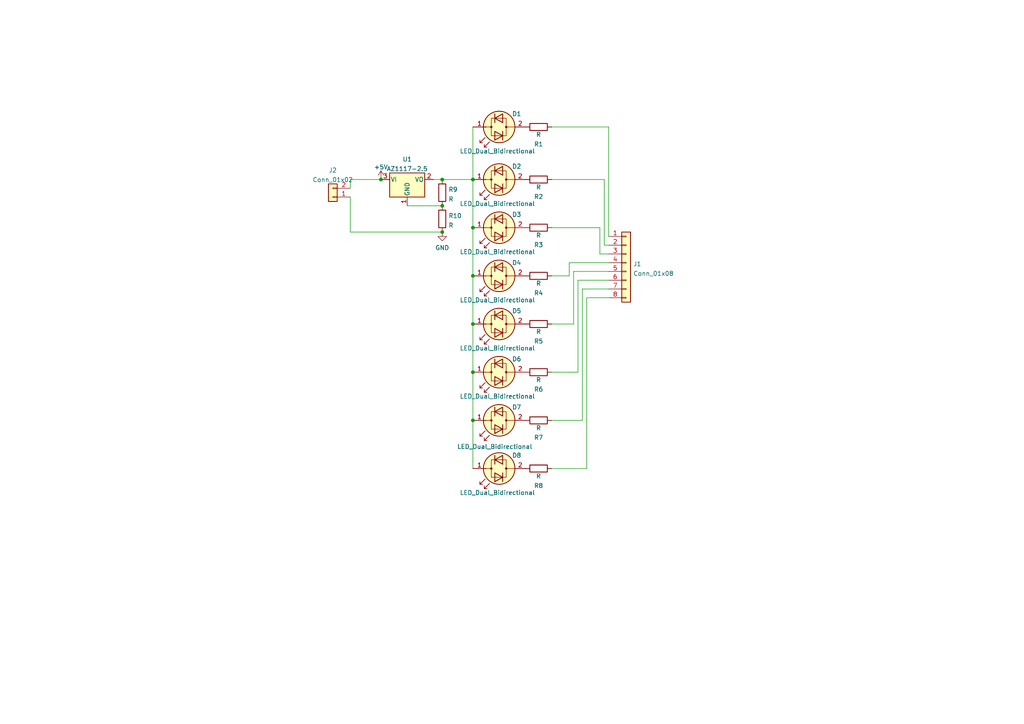
<source format=kicad_sch>
(kicad_sch (version 20211123) (generator eeschema)
  (paper "A4")
  (lib_symbols
    (symbol "Connector_Generic:Conn_01x02" (pin_names (offset 1.016) hide)
      (property "Reference" "J" (at 0 2.54 0))
      (property "Value" "Conn_01x02" (at 0 -5.08 0))
      (symbol "Conn_01x02_1_1"
        (rectangle (start -1.27 -2.413) (end 0 -2.667) (stroke (width 0.1524)))
        (rectangle (start -1.27 0.127) (end 0 -0.127) (stroke (width 0.1524)))
        (rectangle (start -1.27 1.27) (end 1.27 -3.81) (stroke (width 0.254)) (fill (type background)))
        (pin passive line (at -5.08 0 0) (length 3.81) (name "Pin_1") (number "1"))
        (pin passive line (at -5.08 -2.54 0) (length 3.81) (name "Pin_2") (number "2"))
      )
    )
    (symbol "Connector_Generic:Conn_01x08" (pin_names (offset 1.016) hide)
      (property "Reference" "J" (at 0 10.16 0))
      (property "Value" "Conn_01x08" (at 0 -12.7 0))
      (symbol "Conn_01x08_1_1"
        (rectangle (start -1.27 -10.033) (end 0 -10.287) (stroke (width 0.1524)))
        (rectangle (start -1.27 -7.493) (end 0 -7.747) (stroke (width 0.1524)))
        (rectangle (start -1.27 -4.953) (end 0 -5.207) (stroke (width 0.1524)))
        (rectangle (start -1.27 -2.413) (end 0 -2.667) (stroke (width 0.1524)))
        (rectangle (start -1.27 0.127) (end 0 -0.127) (stroke (width 0.1524)))
        (rectangle (start -1.27 2.667) (end 0 2.413) (stroke (width 0.1524)))
        (rectangle (start -1.27 5.207) (end 0 4.953) (stroke (width 0.1524)))
        (rectangle (start -1.27 7.747) (end 0 7.493) (stroke (width 0.1524)))
        (rectangle (start -1.27 8.89) (end 1.27 -11.43) (stroke (width 0.254)) (fill (type background)))
        (pin passive line (at -5.08 7.62 0) (length 3.81) (name "Pin_1") (number "1"))
        (pin passive line (at -5.08 5.08 0) (length 3.81) (name "Pin_2") (number "2"))
        (pin passive line (at -5.08 2.54 0) (length 3.81) (name "Pin_3") (number "3"))
        (pin passive line (at -5.08 0 0) (length 3.81) (name "Pin_4") (number "4"))
        (pin passive line (at -5.08 -2.54 0) (length 3.81) (name "Pin_5") (number "5"))
        (pin passive line (at -5.08 -5.08 0) (length 3.81) (name "Pin_6") (number "6"))
        (pin passive line (at -5.08 -7.62 0) (length 3.81) (name "Pin_7") (number "7"))
        (pin passive line (at -5.08 -10.16 0) (length 3.81) (name "Pin_8") (number "8"))
      )
    )
    (symbol "Device:LED_Dual_Bidirectional" (pin_names (offset 0) hide)
      (property "Reference" "D" (at 0 5.715 0))
      (property "Value" "LED_Dual_Bidirectional" (at 0 -6.35 0))
      (symbol "LED_Dual_Bidirectional_0_1"
        (circle (center -2.032 0) (radius 0.254) (fill (type outline)))
        (polyline (pts (xy -4.572 0) (xy -2.54 0)))
        (polyline (pts (xy -2.032 0) (xy -2.54 0)))
        (polyline (pts (xy -1.016 3.81) (xy -1.016 1.27)) (stroke (width 0.254)))
        (polyline (pts (xy 1.27 -1.27) (xy 1.27 -3.81)) (stroke (width 0.254)))
        (polyline (pts (xy 4.064 0) (xy 2.286 0)) (fill (type outline)))
        (polyline (pts (xy 4.318 5.842) (xy 4.318 5.08)) (stroke (width 0.2032)))
        (polyline (pts (xy 5.588 4.572) (xy 5.588 3.81)) (stroke (width 0.2032)))
        (polyline (pts (xy 2.794 4.318) (xy 4.318 5.842) (xy 3.556 5.842)) (stroke (width 0.2032)))
        (polyline (pts (xy 4.064 3.048) (xy 5.588 4.572) (xy 4.826 4.572)) (stroke (width 0.2032)))
        (polyline (pts (xy -1.016 -1.27) (xy -1.016 -3.81) (xy 1.27 -2.54) (xy -1.016 -1.27)) (stroke (width 0.254)))
        (polyline (pts (xy 1.27 3.81) (xy 1.27 1.27) (xy -1.016 2.54) (xy 1.27 3.81)) (stroke (width 0.254)))
        (polyline (pts (xy 2.286 2.54) (xy -2.032 2.54) (xy -2.032 -2.54) (xy 2.286 -2.54) (xy 2.286 2.54)))
        (circle (center 0 0) (radius 4.572) (stroke (width 0.254)) (fill (type background)))
        (circle (center 2.286 0) (radius 0.254) (fill (type outline)))
      )
      (symbol "LED_Dual_Bidirectional_1_1"
        (pin input line (at 7.62 0 180) (length 3.81) (name "KA") (number "1"))
        (pin input line (at -7.62 0 0) (length 3.048) (name "AK") (number "2"))
      )
    )
    (symbol "Device:R" (pin_numbers hide) (pin_names (offset 0))
      (property "Reference" "R" (at 2.032 0 90))
      (property "Value" "R" (at 0 0 90))
      (symbol "R_0_1"
        (rectangle (start -1.016 -2.54) (end 1.016 2.54) (stroke (width 0.254)))
      )
      (symbol "R_1_1"
        (pin passive line (at 0 3.81 270) (length 1.27) (name "~") (number "1"))
        (pin passive line (at 0 -3.81 90) (length 1.27) (name "~") (number "2"))
      )
    )
    (symbol "Regulator_Linear:AZ1117-2.5" (pin_names (offset 0.254))
      (property "Reference" "U" (at -3.81 3.175 0))
      (property "Value" "AZ1117-2.5" (at 0 3.175 0))
      (symbol "AZ1117-2.5_0_1"
        (rectangle (start -5.08 1.905) (end 5.08 -5.08) (stroke (width 0.254)) (fill (type background)))
      )
      (symbol "AZ1117-2.5_1_1"
        (pin power_in line (at 0 -7.62 90) (length 2.54) (name "GND") (number "1"))
        (pin power_out line (at 7.62 0 180) (length 2.54) (name "VO") (number "2"))
        (pin power_in line (at -7.62 0 0) (length 2.54) (name "VI") (number "3"))
      )
    )
    (symbol "power:+5V" (power) (pin_names (offset 0))
      (property "Value" "+5V" (at 0 3.556 0))
      (symbol "+5V_0_1"
        (polyline (pts (xy -0.762 1.27) (xy 0 2.54)))
        (polyline (pts (xy 0 0) (xy 0 2.54)))
        (polyline (pts (xy 0 2.54) (xy 0.762 1.27)))
      )
      (symbol "+5V_1_1"
        (pin power_in line (at 0 0 90) (length 0) hide (name "+5V") (number "1"))
      )
    )
    (symbol "power:GND" (power) (pin_names (offset 0))
      (property "Value" "GND" (at 0 -3.81 0))
      (symbol "GND_0_1"
        (polyline (pts (xy 0 0) (xy 0 -1.27) (xy 1.27 -1.27) (xy 0 -2.54) (xy -1.27 -1.27) (xy 0 -1.27)))
      )
      (symbol "GND_1_1"
        (pin power_in line (at 0 0 270) (length 0) hide (name "GND") (number "1"))
      )
    )
  )
  (junction (at 110.49 52.07))
  (junction (at 137.16 80.01))
  (junction (at 128.27 59.69))
  (junction (at 128.27 52.07))
  (junction (at 137.16 66.04))
  (junction (at 137.16 93.98))
  (junction (at 137.16 107.95))
  (junction (at 128.27 67.31))
  (junction (at 137.16 121.92))
  (junction (at 137.16 52.07))
  (wire (pts (xy 137.16 52.07) (xy 137.16 66.04)))
  (wire (pts (xy 160.02 93.98) (xy 166.37 93.98)))
  (wire (pts (xy 137.16 93.98) (xy 137.16 107.95)))
  (wire (pts (xy 137.16 107.95) (xy 137.16 121.92)))
  (wire (pts (xy 176.53 76.2) (xy 165.1 76.2)))
  (wire (pts (xy 168.91 121.92) (xy 168.91 83.82)))
  (wire (pts (xy 173.99 66.04) (xy 173.99 73.66)))
  (wire (pts (xy 165.1 76.2) (xy 165.1 80.01)))
  (wire (pts (xy 160.02 52.07) (xy 175.26 52.07)))
  (wire (pts (xy 101.6 57.15) (xy 101.6 67.31)))
  (wire (pts (xy 168.91 83.82) (xy 176.53 83.82)))
  (wire (pts (xy 175.26 71.12) (xy 175.26 52.07)))
  (wire (pts (xy 110.49 52.07) (xy 101.6 52.07)))
  (wire (pts (xy 160.02 80.01) (xy 165.1 80.01)))
  (wire (pts (xy 128.27 67.31) (xy 101.6 67.31)))
  (wire (pts (xy 176.53 78.74) (xy 166.37 78.74)))
  (wire (pts (xy 176.53 86.36) (xy 170.18 86.36)))
  (wire (pts (xy 137.16 66.04) (xy 137.16 80.01)))
  (wire (pts (xy 137.16 36.83) (xy 137.16 52.07)))
  (wire (pts (xy 101.6 52.07) (xy 101.6 54.61)))
  (wire (pts (xy 118.11 59.69) (xy 128.27 59.69)))
  (wire (pts (xy 176.53 71.12) (xy 175.26 71.12)))
  (wire (pts (xy 128.27 52.07) (xy 137.16 52.07)))
  (wire (pts (xy 160.02 36.83) (xy 176.53 36.83)))
  (wire (pts (xy 176.53 68.58) (xy 176.53 36.83)))
  (wire (pts (xy 160.02 107.95) (xy 167.64 107.95)))
  (wire (pts (xy 160.02 66.04) (xy 173.99 66.04)))
  (wire (pts (xy 170.18 86.36) (xy 170.18 135.89)))
  (wire (pts (xy 167.64 81.28) (xy 167.64 107.95)))
  (wire (pts (xy 176.53 73.66) (xy 173.99 73.66)))
  (wire (pts (xy 166.37 78.74) (xy 166.37 93.98)))
  (wire (pts (xy 160.02 135.89) (xy 170.18 135.89)))
  (wire (pts (xy 137.16 80.01) (xy 137.16 93.98)))
  (wire (pts (xy 176.53 81.28) (xy 167.64 81.28)))
  (wire (pts (xy 125.73 52.07) (xy 128.27 52.07)))
  (wire (pts (xy 160.02 121.92) (xy 168.91 121.92)))
  (wire (pts (xy 137.16 121.92) (xy 137.16 135.89)))
  (symbol (lib_id "Device:LED_Dual_Bidirectional") (at 144.78 135.89 180) (unit 1)
    (property "Reference" "D8" (at 149.86 132.08 0))
    (property "Value" "LED_Dual_Bidirectional" (at 144.2847 142.898 0))
    (property "Footprint" "LED_SMD:LED_0603_1608Metric" (effects hide))
  )
  (symbol (lib_id "Device:LED_Dual_Bidirectional") (at 144.78 52.07 180) (unit 1)
    (property "Reference" "D2" (at 149.86 48.26 0))
    (property "Value" "LED_Dual_Bidirectional" (at 144.2847 59.078 0))
    (property "Footprint" "LED_SMD:LED_0603_1608Metric" (effects hide))
  )
  (symbol (lib_id "Device:R") (at 156.21 36.83 270) (unit 1)
    (property "Reference" "R1" (at 156.21 41.8125 90))
    (property "Value" "R" (at 156.21 39.0374 90))
    (property "Footprint" "Resistor_SMD:R_0603_1608Metric" (effects hide))
  )
  (symbol (lib_id "Device:R") (at 156.21 121.92 270) (unit 1)
    (property "Reference" "R7" (at 156.21 126.9025 90))
    (property "Value" "R" (at 156.21 124.1274 90))
    (property "Footprint" "Resistor_SMD:R_0603_1608Metric" (effects hide))
  )
  (symbol (lib_id "Device:R") (at 156.21 80.01 270) (unit 1)
    (property "Reference" "R4" (at 156.21 84.9925 90))
    (property "Value" "R" (at 156.21 82.2174 90))
    (property "Footprint" "Resistor_SMD:R_0603_1608Metric" (effects hide))
  )
  (symbol (lib_id "power:GND") (at 128.27 67.31 0) (unit 1)
    (property "Reference" "#PWR0101" (effects hide))
    (property "Value" "GND" (at 128.27 71.8725 0))
  )
  (symbol (lib_id "Device:R") (at 156.21 93.98 270) (unit 1)
    (property "Reference" "R5" (at 156.21 98.9625 90))
    (property "Value" "R" (at 156.21 96.1874 90))
    (property "Footprint" "Resistor_SMD:R_0603_1608Metric" (effects hide))
  )
  (symbol (lib_id "power:+5V") (at 110.49 52.07 0) (unit 1)
    (property "Reference" "#PWR0102" (effects hide))
    (property "Value" "+5V" (at 110.49 48.4655 0))
  )
  (symbol (lib_id "Connector_Generic:Conn_01x02") (at 96.52 57.15 180) (unit 1)
    (property "Reference" "J2" (at 96.52 49.3735 0))
    (property "Value" "Conn_01x02" (at 96.52 52.1486 0))
    (property "Footprint" "Connector_PinHeader_2.54mm:PinHeader_1x02_P2.54mm_Vertical" (effects hide))
  )
  (symbol (lib_id "Device:R") (at 156.21 107.95 270) (unit 1)
    (property "Reference" "R6" (at 156.21 112.9325 90))
    (property "Value" "R" (at 156.21 110.1574 90))
    (property "Footprint" "Resistor_SMD:R_0603_1608Metric" (effects hide))
  )
  (symbol (lib_id "Device:LED_Dual_Bidirectional") (at 144.78 107.95 180) (unit 1)
    (property "Reference" "D6" (at 149.86 104.14 0))
    (property "Value" "LED_Dual_Bidirectional" (at 144.2847 114.958 0))
    (property "Footprint" "LED_SMD:LED_0603_1608Metric" (effects hide))
  )
  (symbol (lib_id "Device:LED_Dual_Bidirectional") (at 144.78 121.92 180) (unit 1)
    (property "Reference" "D7" (at 149.86 118.11 0))
    (property "Value" "LED_Dual_Bidirectional" (at 143.51 129.54 0))
    (property "Footprint" "LED_SMD:LED_0603_1608Metric" (effects hide))
  )
  (symbol (lib_id "Device:R") (at 156.21 135.89 270) (unit 1)
    (property "Reference" "R8" (at 156.21 140.8725 90))
    (property "Value" "R" (at 156.21 138.0974 90))
    (property "Footprint" "Resistor_SMD:R_0603_1608Metric" (effects hide))
  )
  (symbol (lib_id "Connector_Generic:Conn_01x08") (at 181.61 76.2 0) (unit 1)
    (property "Reference" "J1" (at 183.642 76.5615 0) (effects (justify left)))
    (property "Value" "Conn_01x08" (at 183.642 79.3366 0) (effects (justify left)))
    (property "Footprint" "Connector_PinSocket_2.54mm:PinSocket_1x08_P2.54mm_Vertical" (effects hide))
  )
  (symbol (lib_id "Regulator_Linear:AZ1117-2.5") (at 118.11 52.07 0) (unit 1)
    (property "Reference" "U1" (at 118.11 46.1985 0))
    (property "Value" "AZ1117-2.5" (at 118.11 48.9736 0))
    (property "Footprint" "Package_TO_SOT_SMD:SOT-223-3_TabPin2" (effects hide))
    (property "Datasheet" "https://www.diodes.com/assets/Datasheets/AZ1117.pdf" (effects hide))
  )
  (symbol (lib_id "Device:R") (at 128.27 55.88 0) (unit 1)
    (property "Reference" "R9" (at 130.048 54.9715 0) (effects (justify left)))
    (property "Value" "R" (at 130.048 57.7466 0) (effects (justify left)))
    (property "Footprint" "Resistor_SMD:R_0603_1608Metric" (effects hide))
  )
  (symbol (lib_id "Device:R") (at 156.21 66.04 270) (unit 1)
    (property "Reference" "R3" (at 156.21 71.0225 90))
    (property "Value" "R" (at 156.21 68.2474 90))
    (property "Footprint" "Resistor_SMD:R_0603_1608Metric" (effects hide))
  )
  (symbol (lib_id "Device:R") (at 128.27 63.5 0) (unit 1)
    (property "Reference" "R10" (at 130.048 62.5915 0) (effects (justify left)))
    (property "Value" "R" (at 130.048 65.3666 0) (effects (justify left)))
    (property "Footprint" "Resistor_SMD:R_0603_1608Metric" (effects hide))
  )
  (symbol (lib_id "Device:LED_Dual_Bidirectional") (at 144.78 36.83 180) (unit 1)
    (property "Reference" "D1" (at 149.86 33.02 0))
    (property "Value" "LED_Dual_Bidirectional" (at 144.2847 43.838 0))
    (property "Footprint" "LED_SMD:LED_0603_1608Metric" (effects hide))
  )
  (symbol (lib_id "Device:LED_Dual_Bidirectional") (at 144.78 93.98 180) (unit 1)
    (property "Reference" "D5" (at 149.86 90.17 0))
    (property "Value" "LED_Dual_Bidirectional" (at 144.2847 100.988 0))
    (property "Footprint" "LED_SMD:LED_0603_1608Metric" (effects hide))
  )
  (symbol (lib_id "Device:LED_Dual_Bidirectional") (at 144.78 80.01 180) (unit 1)
    (property "Reference" "D4" (at 149.86 76.2 0))
    (property "Value" "LED_Dual_Bidirectional" (at 144.2847 87.018 0))
    (property "Footprint" "LED_SMD:LED_0603_1608Metric" (effects hide))
  )
  (symbol (lib_id "Device:R") (at 156.21 52.07 270) (unit 1)
    (property "Reference" "R2" (at 156.21 57.0525 90))
    (property "Value" "R" (at 156.21 54.2774 90))
    (property "Footprint" "Resistor_SMD:R_0603_1608Metric" (effects hide))
  )
  (symbol (lib_id "Device:LED_Dual_Bidirectional") (at 144.78 66.04 180) (unit 1)
    (property "Reference" "D3" (at 149.86 62.23 0))
    (property "Value" "LED_Dual_Bidirectional" (at 144.2847 73.048 0))
    (property "Footprint" "LED_SMD:LED_0603_1608Metric" (effects hide))
  )
)
</source>
